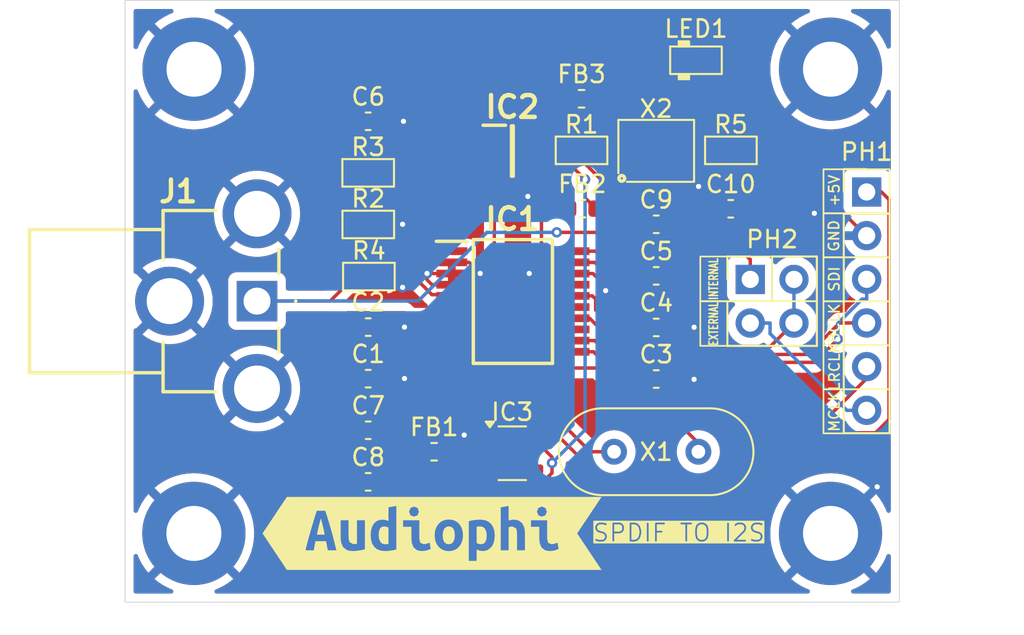
<source format=kicad_pcb>
(kicad_pcb (version 20240108) (generator "pcbnew") (generator_version "8.0")
  (layers (0 "F.Cu" signal) (31 "B.Cu" signal) (34 "B.Paste" user) (35 "F.Paste" user) (36 "B.SilkS" user "B.Silkscreen") (37 "F.SilkS" user "F.Silkscreen") (38 "B.Mask" user) (39 "F.Mask" user) (44 "Edge.Cuts" user))
  (net 0 "")
  (net 1 "GND")
  (net 2 "Net-(IC1-PVDD)")
  (net 3 "Net-(IC1-XOP)")
  (net 4 "Net-(IC1-XIN)")
  (net 5 "Net-(IC1-DVDD)")
  (net 6 "SPDIF_IN")
  (net 7 "Net-(C5-Pad1)")
  (net 8 "+3.3V")
  (net 9 "+5V")
  (net 10 "Net-(X2-VDD)")
  (net 11 "Net-(IC1-SCLK)")
  (net 12 "Net-(IC1-CSB{slash}GPO1)")
  (net 14 "RESET")
  (net 15 "LRCLK")
  (net 16 "SDI")
  (net 17 "BCLK")
  (net 20 "MCLK")
  (net 21 "MCLK_EXT")
  (net 22 "MCLK_INT")
  (net 23 "Net-(LED1-A)")
  (net 24 "Net-(X2-OUT)")
  (footprint "PCM_Resistor_SMD_AKL:R_0603_1608Metric" (layer "F.Cu") (at 167.59 61.81)
    (property "Reference" "R5" (at 0 -1.5 0) (layer "F.SilkS"))
    (property "Value" "1K" (hide yes))
    (pad "1" smd roundrect (at -0.825 0) (size 0.8 0.95) (layers "F.Cu" "F.Paste" "F.Mask") (net 24 "Net-(X2-OUT)"))
    (pad "2" smd roundrect (at 0.825 0) (size 0.8 0.95) (layers "F.Cu" "F.Paste" "F.Mask") (net 22 "MCLK_INT"))
  )
  (footprint "Capacitor_SMD:C_0603_1608Metric" (layer "F.Cu") (at 163.25 75.11)
    (property "Reference" "C3" (at 0 -1.43 0) (layer "F.SilkS"))
    (property "Value" "18pF_0603_50V")
    (pad "1" smd roundrect (at -0.775 0) (size 0.9 0.95) (layers "F.Cu" "F.Paste" "F.Mask") (net 4 "Net-(IC1-XIN)"))
    (pad "2" smd roundrect (at 0.775 0) (size 0.9 0.95) (layers "F.Cu" "F.Paste" "F.Mask") (net 1 "GND"))
  )
  (footprint "Capacitor_SMD:C_0603_1608Metric" (layer "F.Cu") (at 146.51 72.09)
    (property "Reference" "C2" (at 0 -1.43 0) (layer "F.SilkS"))
    (property "Value" "18pF/50V")
    (pad "1" smd roundrect (at -0.775 0) (size 0.9 0.95) (layers "F.Cu" "F.Paste" "F.Mask") (net 3 "Net-(IC1-XOP)"))
    (pad "2" smd roundrect (at 0.775 0) (size 0.9 0.95) (layers "F.Cu" "F.Paste" "F.Mask") (net 1 "GND"))
  )
  (footprint "PCM_SL_Mechanical:MountingHole_3.2mm_Pad" (layer "F.Cu") (at 136.38 84.09)
    (property "Reference" "H3" (hide yes))
    (property "Value" "MountingHole_M3_3.2mm_Pad")
    (pad "1" thru_hole circle (at 0 0) (size 6 6) (drill 3.2) (layers "*.Cu" "*.Mask") (net 1 "GND"))
  )
  (footprint "PCM_SL_Mechanical:MountingHole_3.2mm_Pad" (layer "F.Cu") (at 136.39 57.09)
    (property "Reference" "H2" (hide yes))
    (property "Value" "MountingHole_M3_3.2mm_Pad")
    (pad "1" thru_hole circle (at 0 0) (size 6 6) (drill 3.2) (layers "*.Cu" "*.Mask") (net 1 "GND"))
  )
  (footprint "Fuse:Fuse_0603_1608Metric" (layer "F.Cu") (at 158.955 65.2)
    (property "Reference" "FB2" (at 0 -1.43 0) (layer "F.SilkS"))
    (property "Value" "Ferrite_Bead")
    (pad "1" smd roundrect (at -0.7875 0) (size 0.875 0.95) (layers "F.Cu" "F.Paste" "F.Mask") (net 5 "Net-(IC1-DVDD)"))
    (pad "2" smd roundrect (at 0.7875 0) (size 0.875 0.95) (layers "F.Cu" "F.Paste" "F.Mask") (net 8 "+3.3V"))
  )
  (footprint "Capacitor_SMD:C_0603_1608Metric" (layer "F.Cu") (at 163.25 72.11)
    (property "Reference" "C4" (at 0 -1.43 0) (layer "F.SilkS"))
    (property "Value" "0.1uF_0603_16V")
    (pad "1" smd roundrect (at -0.775 0) (size 0.9 0.95) (layers "F.Cu" "F.Paste" "F.Mask") (net 5 "Net-(IC1-DVDD)"))
    (pad "2" smd roundrect (at 0.775 0) (size 0.9 0.95) (layers "F.Cu" "F.Paste" "F.Mask") (net 1 "GND"))
  )
  (footprint "Samacsys:SOT95P237X112-3N" (layer "F.Cu") (at 154.89 61.85)
    (property "Reference" "IC2" (at 0 -2.56 0) (layer "F.SilkS") (effects (font (size 1.27 1.27) (thickness 0.254))))
    (property "Value" "MAX809SEUR+" (hide yes))
    (pad "1" smd rect (at -1.05 -0.95 90) (size 0.6 1.3) (layers "F.Cu" "F.Paste" "F.Mask") (net 1 "GND"))
    (pad "2" smd rect (at -1.05 0.95 90) (size 0.6 1.3) (layers "F.Cu" "F.Paste" "F.Mask") (net 14 "RESET"))
    (pad "3" smd rect (at 1.05 0 90) (size 0.6 1.3) (layers "F.Cu" "F.Paste" "F.Mask") (net 8 "+3.3V"))
  )
  (footprint "PCM_Resistor_SMD_AKL:R_0603_1608Metric" (layer "F.Cu") (at 158.91 61.81)
    (property "Reference" "R1" (at 0 -1.5 0) (layer "F.SilkS"))
    (property "Value" "1K" (hide yes))
    (pad "1" smd roundrect (at -0.825 0) (size 0.8 0.95) (layers "F.Cu" "F.Paste" "F.Mask") (net 8 "+3.3V"))
    (pad "2" smd roundrect (at 0.825 0) (size 0.8 0.95) (layers "F.Cu" "F.Paste" "F.Mask") (net 23 "Net-(LED1-A)"))
  )
  (footprint "Fuse:Fuse_0603_1608Metric" (layer "F.Cu") (at 150.3425 79.34)
    (property "Reference" "FB1" (at 0 -1.43 0) (layer "F.SilkS"))
    (property "Value" "Ferrite_Bead")
    (pad "1" smd roundrect (at -0.7875 0) (size 0.875 0.95) (layers "F.Cu" "F.Paste" "F.Mask") (net 8 "+3.3V"))
    (pad "2" smd roundrect (at 0.7875 0) (size 0.875 0.95) (layers "F.Cu" "F.Paste" "F.Mask") (net 2 "Net-(IC1-PVDD)"))
  )
  (footprint "Connector_PinHeader_2.54mm:PinHeader_2x02_P2.54mm_Vertical" (layer "F.Cu") (at 168.715 69.315)
    (property "Reference" "PH2" (at 1.27 -2.33 0) (layer "F.SilkS"))
    (property "Value" "PINHD_2x2_Male")
    (pad "1" thru_hole rect (at 0 0) (size 1.7 1.7) (drill 1) (layers "*.Cu" "*.Mask") (net 22 "MCLK_INT"))
    (pad "2" thru_hole oval (at 2.54 0) (size 1.7 1.7) (drill 1) (layers "*.Cu" "*.Mask") (net 20 "MCLK"))
    (pad "3" thru_hole oval (at 0 2.54) (size 1.7 1.7) (drill 1) (layers "*.Cu" "*.Mask") (net 21 "MCLK_EXT"))
    (pad "4" thru_hole oval (at 2.54 2.54) (size 1.7 1.7) (drill 1) (layers "*.Cu" "*.Mask") (net 20 "MCLK"))
  )
  (footprint "Capacitor_SMD:C_0603_1608Metric" (layer "F.Cu") (at 146.51 75.09)
    (property "Reference" "C1" (at 0 -1.43 0) (layer "F.SilkS"))
    (property "Value" "1uF_0603_25V")
    (pad "1" smd roundrect (at -0.775 0) (size 0.9 0.95) (layers "F.Cu" "F.Paste" "F.Mask") (net 2 "Net-(IC1-PVDD)"))
    (pad "2" smd roundrect (at 0.775 0) (size 0.9 0.95) (layers "F.Cu" "F.Paste" "F.Mask") (net 1 "GND"))
  )
  (footprint "Capacitor_SMD:C_0603_1608Metric" (layer "F.Cu") (at 167.58 65.21)
    (property "Reference" "C10" (at 0 -1.43 0) (layer "F.SilkS"))
    (property "Value" "0.1uF_0603_16V")
    (pad "1" smd roundrect (at -0.775 0) (size 0.9 0.95) (layers "F.Cu" "F.Paste" "F.Mask") (net 10 "Net-(X2-VDD)"))
    (pad "2" smd roundrect (at 0.775 0) (size 0.9 0.95) (layers "F.Cu" "F.Paste" "F.Mask") (net 1 "GND"))
  )
  (footprint "kibuzzard-67581894" (layer "F.Cu") (at 150.22 84.09)
    (property "Reference" "kibuzzard-67581894" (hide yes))
    (property "Value" "G***" (hide yes))
  )
  (footprint "PCM_Resistor_SMD_AKL:R_0603_1608Metric" (layer "F.Cu") (at 146.55 69.15)
    (property "Reference" "R4" (at 0 -1.5 0) (layer "F.SilkS"))
    (property "Value" "R_0603" (hide yes))
    (pad "1" smd roundrect (at -0.825 0) (size 0.8 0.95) (layers "F.Cu" "F.Paste" "F.Mask") (net 7 "Net-(C5-Pad1)"))
    (pad "2" smd roundrect (at 0.825 0) (size 0.8 0.95) (layers "F.Cu" "F.Paste" "F.Mask") (net 1 "GND"))
  )
  (footprint "Crystal:Crystal_HC18-U_Vertical" (layer "F.Cu") (at 160.8 79.34)
    (property "Reference" "X1" (at 2.45 0.01 0) (layer "F.SilkS"))
    (property "Value" "12MHz")
    (pad "1" thru_hole circle (at 0 0) (size 1.5 1.5) (drill 0.8) (layers "*.Cu" "*.Mask") (net 3 "Net-(IC1-XOP)"))
    (pad "2" thru_hole circle (at 4.9 0) (size 1.5 1.5) (drill 0.8) (layers "*.Cu" "*.Mask") (net 4 "Net-(IC1-XIN)"))
  )
  (footprint "PCM_LED_SMD_AKL:LED_0603_1608Metric" (layer "F.Cu") (at 165.56 56.57)
    (property "Reference" "LED1" (at 0 -1.83 0) (layer "F.SilkS"))
    (property "Value" "BLUE" (hide yes))
    (pad "1" smd roundrect (at -0.7875 0) (size 0.875 0.95) (layers "F.Cu" "F.Paste" "F.Mask") (net 12 "Net-(IC1-CSB{slash}GPO1)"))
    (pad "2" smd roundrect (at 0.7875 0) (size 0.875 0.95) (layers "F.Cu" "F.Paste" "F.Mask") (net 23 "Net-(LED1-A)"))
  )
  (footprint "Capacitor_SMD:C_0603_1608Metric" (layer "F.Cu") (at 146.51 81.09)
    (property "Reference" "C8" (at 0 -1.43 0) (layer "F.SilkS"))
    (property "Value" "0.1uF_0603_16V")
    (pad "1" smd roundrect (at -0.775 0) (size 0.9 0.95) (layers "F.Cu" "F.Paste" "F.Mask") (net 8 "+3.3V"))
    (pad "2" smd roundrect (at 0.775 0) (size 0.9 0.95) (layers "F.Cu" "F.Paste" "F.Mask") (net 1 "GND"))
  )
  (footprint "Capacitor_SMD:C_0603_1608Metric" (layer "F.Cu") (at 146.51 60.12)
    (property "Reference" "C6" (at 0 -1.43 0) (layer "F.SilkS"))
    (property "Value" "4.7uF_1206_lowESR")
    (pad "1" smd roundrect (at -0.775 0) (size 0.9 0.95) (layers "F.Cu" "F.Paste" "F.Mask") (net 8 "+3.3V"))
    (pad "2" smd roundrect (at 0.775 0) (size 0.9 0.95) (layers "F.Cu" "F.Paste" "F.Mask") (net 1 "GND"))
  )
  (footprint "Fuse:Fuse_0603_1608Metric" (layer "F.Cu") (at 158.91 58.81)
    (property "Reference" "FB3" (at 0 -1.43 0) (layer "F.SilkS"))
    (property "Value" "Ferrite_Bead")
    (pad "1" smd roundrect (at -0.7875 0) (size 0.875 0.95) (layers "F.Cu" "F.Paste" "F.Mask") (net 10 "Net-(X2-VDD)"))
    (pad "2" smd roundrect (at 0.7875 0) (size 0.875 0.95) (layers "F.Cu" "F.Paste" "F.Mask") (net 8 "+3.3V"))
  )
  (footprint "PCM_SL_Mechanical:MountingHole_3.2mm_Pad" (layer "F.Cu") (at 173.38 57.09)
    (property "Reference" "H1" (hide yes))
    (property "Value" "MountingHole_M3_3.2mm_Pad")
    (pad "1" thru_hole circle (at 0 0) (size 6 6) (drill 3.2) (layers "*.Cu" "*.Mask") (net 1 "GND"))
  )
  (footprint "Package_TO_SOT_SMD:SOT-23-5" (layer "F.Cu") (at 154.8825 79.4275)
    (property "Reference" "IC3" (at 0 -2.4 0) (layer "F.SilkS"))
    (property "Value" "ME6211C33M5")
    (pad "1" smd roundrect (at -1.1375 -0.95) (size 1.325 0.6) (layers "F.Cu" "F.Paste" "F.Mask") (net 9 "+5V"))
    (pad "2" smd roundrect (at -1.1375 0) (size 1.325 0.6) (layers "F.Cu" "F.Paste" "F.Mask") (net 1 "GND"))
    (pad "3" smd roundrect (at -1.1375 0.95) (size 1.325 0.6) (layers "F.Cu" "F.Paste" "F.Mask") (net 9 "+5V"))
    (pad "4" smd roundrect (at 1.1375 0.95) (size 1.325 0.6) (layers "F.Cu" "F.Paste" "F.Mask"))
    (pad "5" smd roundrect (at 1.1375 -0.95) (size 1.325 0.6) (layers "F.Cu" "F.Paste" "F.Mask") (net 8 "+3.3V"))
  )
  (footprint "PCM_Crystal_AKL:Crystal_SMD_3225-4Pin_3.2x2.5mm" (layer "F.Cu") (at 163.25 61.84)
    (property "Reference" "X2" (at 0 -2.45 0) (layer "F.SilkS"))
    (property "Value" "SMD3225-4" (hide yes))
    (pad "1" smd roundrect (at -1.1 0.85) (size 1.4 1.2) (layers "F.Cu" "F.Paste" "F.Mask") (roundrect_rratio 0.2083333333))
    (pad "2" smd roundrect (at 1.1 0.85) (size 1.4 1.2) (layers "F.Cu" "F.Paste" "F.Mask") (roundrect_rratio 0.2083333333) (net 1 "GND"))
    (pad "3" smd roundrect (at 1.1 -0.85) (size 1.4 1.2) (layers "F.Cu" "F.Paste" "F.Mask") (roundrect_rratio 0.2083333333) (net 24 "Net-(X2-OUT)"))
    (pad "4" smd roundrect (at -1.1 -0.85) (size 1.4 1.2) (layers "F.Cu" "F.Paste" "F.Mask") (roundrect_rratio 0.2083333333) (net 10 "Net-(X2-VDD)"))
  )
  (footprint "PCM_SL_Mechanical:MountingHole_3.2mm_Pad" (layer "F.Cu") (at 173.38 84.09)
    (property "Reference" "H4" (hide yes))
    (property "Value" "MountingHole_M3_3.2mm_Pad")
    (pad "1" thru_hole circle (at 0 0) (size 6 6) (drill 3.2) (layers "*.Cu" "*.Mask") (net 1 "GND"))
  )
  (footprint "PCM_Resistor_SMD_AKL:R_0603_1608Metric" (layer "F.Cu") (at 146.51 63.12)
    (property "Reference" "R3" (at 0 -1.5 0) (layer "F.SilkS"))
    (property "Value" "10K" (hide yes))
    (pad "1" smd roundrect (at -0.825 0) (size 0.8 0.95) (layers "F.Cu" "F.Paste" "F.Mask") (net 8 "+3.3V"))
    (pad "2" smd roundrect (at 0.825 0) (size 0.8 0.95) (layers "F.Cu" "F.Paste" "F.Mask") (net 11 "Net-(IC1-SCLK)"))
  )
  (footprint "Samacsys:SOP65P780X200-20N" (layer "F.Cu") (at 154.92 70.6)
    (property "Reference" "IC1" (at -0.03 -4.79 0) (layer "F.SilkS") (effects (font (size 1.27 1.27) (thickness 0.254))))
    (property "Value" "WM8804GEDS_RV" (hide yes))
    (pad "1" smd rect (at -3.55 -2.925 90) (size 0.45 1.8) (layers "F.Cu" "F.Paste" "F.Mask") (net 11 "Net-(IC1-SCLK)"))
    (pad "2" smd rect (at -3.55 -2.275 90) (size 0.45 1.8) (layers "F.Cu" "F.Paste" "F.Mask") (net 1 "GND"))
    (pad "3" smd rect (at -3.55 -1.625 90) (size 0.45 1.8) (layers "F.Cu" "F.Paste" "F.Mask") (net 1 "GND"))
    (pad "4" smd rect (at -3.55 -0.975 90) (size 0.45 1.8) (layers "F.Cu" "F.Paste" "F.Mask") (net 1 "GND"))
    (pad "5" smd rect (at -3.55 -0.325 90) (size 0.45 1.8) (layers "F.Cu" "F.Paste" "F.Mask") (net 12 "Net-(IC1-CSB{slash}GPO1)"))
    (pad "6" smd rect (at -3.55 0.325 90) (size 0.45 1.8) (layers "F.Cu" "F.Paste" "F.Mask") (net 14 "RESET"))
    (pad "7" smd rect (at -3.55 0.975 90) (size 0.45 1.8) (layers "F.Cu" "F.Paste" "F.Mask") (net 2 "Net-(IC1-PVDD)"))
    (pad "8" smd rect (at -3.55 1.625 90) (size 0.45 1.8) (layers "F.Cu" "F.Paste" "F.Mask") (net 1 "GND"))
    (pad "9" smd rect (at -3.55 2.275 90) (size 0.45 1.8) (layers "F.Cu" "F.Paste" "F.Mask"))
    (pad "10" smd rect (at -3.55 2.925 90) (size 0.45 1.8) (layers "F.Cu" "F.Paste" "F.Mask") (net 3 "Net-(IC1-XOP)"))
    (pad "11" smd rect (at 3.55 2.925 90) (size 0.45 1.8) (layers "F.Cu" "F.Paste" "F.Mask") (net 4 "Net-(IC1-XIN)"))
    (pad "12" smd rect (at 3.55 2.275 90) (size 0.45 1.8) (layers "F.Cu" "F.Paste" "F.Mask") (net 16 "SDI"))
    (pad "13" smd rect (at 3.55 1.625 90) (size 0.45 1.8) (layers "F.Cu" "F.Paste" "F.Mask"))
    (pad "14" smd rect (at 3.55 0.975 90) (size 0.45 1.8) (layers "F.Cu" "F.Paste" "F.Mask") (net 17 "BCLK"))
    (pad "15" smd rect (at 3.55 0.325 90) (size 0.45 1.8) (layers "F.Cu" "F.Paste" "F.Mask") (net 15 "LRCLK"))
    (pad "16" smd rect (at 3.55 -0.325 90) (size 0.45 1.8) (layers "F.Cu" "F.Paste" "F.Mask") (net 20 "MCLK"))
    (pad "17" smd rect (at 3.55 -0.975 90) (size 0.45 1.8) (layers "F.Cu" "F.Paste" "F.Mask"))
    (pad "18" smd rect (at 3.55 -1.625 90) (size 0.45 1.8) (layers "F.Cu" "F.Paste" "F.Mask") (net 1 "GND"))
    (pad "19" smd rect (at 3.55 -2.275 90) (size 0.45 1.8) (layers "F.Cu" "F.Paste" "F.Mask") (net 5 "Net-(IC1-DVDD)"))
    (pad "20" smd rect (at 3.55 -2.925 90) (size 0.45 1.8) (layers "F.Cu" "F.Paste" "F.Mask") (net 6 "SPDIF_IN"))
  )
  (footprint "Connector_PinHeader_2.54mm:PinHeader_1x06_P2.54mm_Vertical" (layer "F.Cu") (at 175.48 64.23)
    (property "Reference" "PH1" (at 0 -2.33 0) (layer "F.SilkS"))
    (property "Value" "PINHD_1x6_Male")
    (pad "1" thru_hole rect (at 0 0) (size 1.7 1.7) (drill 1) (layers "*.Cu" "*.Mask") (net 9 "+5V"))
    (pad "2" thru_hole oval (at 0 2.54) (size 1.7 1.7) (drill 1) (layers "*.Cu" "*.Mask") (net 1 "GND"))
    (pad "3" thru_hole oval (at 0 5.08) (size 1.7 1.7) (drill 1) (layers "*.Cu" "*.Mask") (net 16 "SDI"))
    (pad "4" thru_hole oval (at 0 7.62) (size 1.7 1.7) (drill 1) (layers "*.Cu" "*.Mask") (net 17 "BCLK"))
    (pad "5" thru_hole oval (at 0 10.16) (size 1.7 1.7) (drill 1) (layers "*.Cu" "*.Mask") (net 15 "LRCLK"))
    (pad "6" thru_hole oval (at 0 12.7) (size 1.7 1.7) (drill 1) (layers "*.Cu" "*.Mask") (net 21 "MCLK_EXT"))
  )
  (footprint "Samacsys:936" (layer "F.Cu") (at 140.05 70.58 -90)
    (property "Reference" "J1" (at -6.38 4.58 180) (layer "F.SilkS") (effects (font (size 1.27 1.27) (thickness 0.254))))
    (property "Value" "936" (hide yes))
    (pad "1" thru_hole rect (at 0 0 270) (size 2.355 2.355) (drill 1.57) (layers "*.Cu" "*.Mask") (net 7 "Net-(C5-Pad1)"))
    (pad "MH1" thru_hole circle (at -5.08 0 270) (size 4.005 4.005) (drill 2.67) (layers "*.Cu" "*.Mask") (net 1 "GND"))
    (pad "MH2" thru_hole circle (at 5.08 0 270) (size 4.005 4.005) (drill 2.67) (layers "*.Cu" "*.Mask") (net 1 "GND"))
    (pad "MH3" thru_hole circle (at 0 5.08 270) (size 4.005 4.005) (drill 2.67) (layers "*.Cu" "*.Mask") (net 1 "GND"))
  )
  (footprint "Capacitor_SMD:C_0603_1608Metric" (layer "F.Cu") (at 163.25 66.11)
    (property "Reference" "C9" (at 0 -1.43 0) (layer "F.SilkS"))
    (property "Value" "1nF_0603_50V")
    (pad "1" smd roundrect (at -0.775 0) (size 0.9 0.95) (layers "F.Cu" "F.Paste" "F.Mask") (net 10 "Net-(X2-VDD)"))
    (pad "2" smd roundrect (at 0.775 0) (size 0.9 0.95) (layers "F.Cu" "F.Paste" "F.Mask") (net 1 "GND"))
  )
  (footprint "Capacitor_SMD:C_0603_1608Metric" (layer "F.Cu") (at 146.51 78.09)
    (property "Reference" "C7" (at 0 -1.43 0) (layer "F.SilkS"))
    (property "Value" "4.7uF_1206_lowESR")
    (pad "1" smd roundrect (at -0.775 0) (size 0.9 0.95) (layers "F.Cu" "F.Paste" "F.Mask") (net 9 "+5V"))
    (pad "2" smd roundrect (at 0.775 0) (size 0.9 0.95) (layers "F.Cu" "F.Paste" "F.Mask") (net 1 "GND"))
  )
  (footprint "PCM_Resistor_SMD_AKL:R_0603_1608Metric" (layer "F.Cu") (at 146.515 66.12)
    (property "Reference" "R2" (at 0 -1.5 0) (layer "F.SilkS"))
    (property "Value" "1K" (hide yes))
    (pad "1" smd roundrect (at -0.825 0) (size 0.8 0.95) (layers "F.Cu" "F.Paste" "F.Mask") (net 12 "Net-(IC1-CSB{slash}GPO1)"))
    (pad "2" smd roundrect (at 0.825 0) (size 0.8 0.95) (layers "F.Cu" "F.Paste" "F.Mask") (net 1 "GND"))
  )
  (footprint "Capacitor_SMD:C_0603_1608Metric" (layer "F.Cu") (at 163.25 69.11)
    (property "Reference" "C5" (at 0 -1.43 0) (layer "F.SilkS"))
    (property "Value" "0.1uF_0603_16V")
    (pad "1" smd roundrect (at -0.775 0) (size 0.9 0.95) (layers "F.Cu" "F.Paste" "F.Mask") (net 7 "Net-(C5-Pad1)"))
    (pad "2" smd roundrect (at 0.775 0) (size 0.9 0.95) (layers "F.Cu" "F.Paste" "F.Mask") (net 6 "SPDIF_IN"))
  )
  (gr_rect (start 172.97 68.03) (end 176.81 70.59) (stroke (width 0.1)) (fill none) (layer "F.SilkS"))
  (gr_rect (start 172.97 73.15) (end 176.81 75.71) (stroke (width 0.1)) (fill none) (layer "F.SilkS"))
  (gr_rect (start 165.81 70.585) (end 172.585 73.18) (stroke (width 0.1)) (fill none) (layer "F.SilkS"))
  (gr_rect (start 172.97 75.71) (end 176.81 78.27) (stroke (width 0.1)) (fill none) (layer "F.SilkS"))
  (gr_rect (start 172.97 65.47) (end 176.81 68.03) (stroke (width 0.1)) (fill none) (layer "F.SilkS"))
  (gr_rect (start 172.97 70.59) (end 176.81 73.15) (stroke (width 0.1)) (fill none) (layer "F.SilkS"))
  (gr_rect (start 165.81 67.985) (end 172.585 70.58) (stroke (width 0.1)) (fill none) (layer "F.SilkS"))
  (gr_rect (start 172.97 62.91) (end 176.81 65.47) (stroke (width 0.1)) (fill none) (layer "F.SilkS"))
  (gr_rect (start 132.38 53.09) (end 177.38 88.09) (stroke (width 0.05)) (fill none) (layer "Edge.Cuts"))
  (gr_text "BCLK" (at 173.95 73.08 90) (layer "F.SilkS") (effects (font (size 0.6 0.6) (thickness 0.1)) (justify left bottom)))
  (gr_text "SPDIF TO I2S" (at 159.5 84.64 0) (layer "F.SilkS" knockout) (effects (font (size 1 1) (thickness 0.1)) (justify left bottom)))
  (gr_text "+5V" (at 173.95 65.13 90) (layer "F.SilkS") (effects (font (size 0.6 0.6) (thickness 0.1)) (justify left bottom)))
  (gr_text "INTERNAL" (at 166.88 70.56 90) (layer "F.SilkS") (effects (font (size 0.5 0.35) (thickness 0.1)) (justify left bottom)))
  (gr_text "SDI" (at 173.95 70.09 90) (layer "F.SilkS") (effects (font (size 0.6 0.6) (thickness 0.1)) (justify left bottom)))
  (gr_text "EXTERNAL" (at 166.88 73.22 90) (layer "F.SilkS") (effects (font (size 0.5 0.35) (thickness 0.1)) (justify left bottom)))
  (gr_text "GND" (at 173.93 67.76 90) (layer "F.SilkS") (effects (font (size 0.6 0.6) (thickness 0.1)) (justify left bottom)))
  (gr_text "LRCLK" (at 173.96 75.86 90) (layer "F.SilkS") (effects (font (size 0.6 0.6) (thickness 0.1)) (justify left bottom)))
  (gr_text "MCLK" (at 173.95 78.24 90) (layer "F.SilkS") (effects (font (size 0.6 0.6) (thickness 0.1)) (justify left bottom)))
  (segment (start 159.57 68.975) (end 160.31 69.715) (width 0.2) (layer "F.Cu") (net 1))
  (segment (start 174.14 65.47) (end 175.44 66.77) (width 0.2) (layer "F.Cu") (net 1))
  (segment (start 151.37 72.225) (end 148.755 72.225) (width 0.2) (layer "F.Cu") (net 1))
  (segment (start 172.44 65.47) (end 174.14 65.47) (width 0.2) (layer "F.Cu") (net 1))
  (segment (start 147.285 72.09) (end 148.62 72.09) (width 0.2) (layer "F.Cu") (net 1))
  (segment (start 153.015 68.975) (end 153.02 68.97) (width 0.2) (layer "F.Cu") (net 1))
  (segment (start 150.215 68.325) (end 149.93 68.61) (width 0.2) (layer "F.Cu") (net 1))
  (segment (start 165.44 72.11) (end 165.45 72.1) (width 0.2) (layer "F.Cu") (net 1))
  (segment (start 152.33 78.61) (end 152.33 79.09) (width 0.2) (layer "F.Cu") (net 1))
  (segment (start 147.455 77.92) (end 151.64 77.92) (width 0.2) (layer "F.Cu") (net 1))
  (segment (start 158.47 68.975) (end 159.57 68.975) (width 0.2) (layer "F.Cu") (net 1))
  (segment (start 147.285 78.09) (end 147.455 77.92) (width 0.2) (layer "F.Cu") (net 1))
  (segment (start 157.02 68.98) (end 157.025 68.975) (width 0.2) (layer "F.Cu") (net 1))
  (segment (start 147.285 59.825) (end 148.07 59.04) (width 0.2) (layer "F.Cu") (net 1))
  (segment (start 148.755 72.225) (end 148.62 72.09) (width 0.2) (layer "F.Cu") (net 1))
  (segment (start 165.43 75.11) (end 165.45 75.13) (width 0.2) (layer "F.Cu") (net 1))
  (segment (start 149.93 68.97) (end 149.93 68.95) (width 0.2) (layer "F.Cu") (net 1))
  (segment (start 151.37 69.625) (end 150.215 69.625) (width 0.2) (layer "F.Cu") (net 1))
  (segment (start 152.09 78.37) (end 152.33 78.61) (width 0.2) (layer "F.Cu") (net 1))
  (segment (start 150.215 69.625) (end 149.93 69.34) (width 0.2) (layer "F.Cu") (net 1))
  (segment (start 151.37 69.625) (end 152.365 69.625) (width 0.2) (layer "F.Cu") (net 1))
  (segment (start 149.93 68.61) (end 149.93 68.95) (width 0.2) (layer "F.Cu") (net 1))
  (segment (start 152.375 68.325) (end 153.02 68.97) (width 0.2) (layer "F.Cu") (net 1))
  (segment (start 147.375 68.795) (end 146.77 68.19) (width 0.2) (layer "F.Cu") (net 1))
  (segment (start 152.6675 79.4275) (end 153.745 79.4275) (width 0.2) (layer "F.Cu") (net 1))
  (segment (start 151.37 68.975) (end 149.955 68.975) (width 0.2) (layer "F.Cu") (net 1))
  (segment (start 164.025 75.11) (end 165.43 75.11) (width 0.2) (layer "F.Cu") (net 1))
  (segment (start 175.44 66.77) (end 175.48 66.77) (width 0.2) (layer "F.Cu") (net 1))
  (segment (start 160.31 69.715) (end 160.31 69.97) (width 0.2) (layer "F.Cu") (net 1))
  (segment (start 151.64 77.92) (end 152.09 78.37) (width 0.2) (layer "F.Cu") (net 1))
  (segment (start 152.365 69.625) (end 153.02 68.97) (width 0.2) (layer "F.Cu") (net 1))
  (segment (start 151.37 68.325) (end 152.375 68.325) (width 0.2) (layer "F.Cu") (net 1))
  (segment (start 175.48 66.77) (end 175.425 66.715) (width 0.2) (layer "F.Cu") (net 1))
  (segment (start 157.025 68.975) (end 158.47 68.975) (width 0.2) (layer "F.Cu") (net 1))
  (segment (start 151.37 68.325) (end 150.215 68.325) (width 0.2) (layer "F.Cu") (net 1))
  (segment (start 149.93 69.34) (end 149.93 68.97) (width 0.2) (layer "F.Cu") (net 1))
  (segment (start 147.285 60.12) (end 147.285 59.825) (width 0.2) (layer "F.Cu") (net 1))
  (segment (start 147.375 69.15) (end 147.375 68.795) (width 0.2) (layer "F.Cu") (net 1))
  (segment (start 149.955 68.975) (end 149.93 68.95) (width 0.2) (layer "F.Cu") (net 1))
  (segment (start 151.37 68.975) (end 153.015 68.975) (width 0.2) (layer "F.Cu") (net 1))
  (segment (start 152.33 79.09) (end 152.6675 79.4275) (width 0.2) (layer "F.Cu") (net 1))
  (via (at 148.62 75.08) (size 0.6) (drill 0.3) (layers "F.Cu" "B.Cu") (net 1))
  (via (at 152.09 78.37) (size 0.6) (drill 0.3) (layers "F.Cu" "B.Cu") (net 1))
  (via (at 155.79 64.49) (size 0.6) (drill 0.3) (layers "F.Cu" "B.Cu") (net 1))
  (via (at 148.51 69.78) (size 0.6) (drill 0.3) (layers "F.Cu" "B.Cu") (net 1))
  (via (at 148.56 60.12) (size 0.6) (drill 0.3) (layers "F.Cu" "B.Cu") (net 1))
  (via (at 148.51 66.11) (size 0.6) (drill 0.3) (layers "F.Cu" "B.Cu") (net 1))
  (via (at 148.62 72.09) (size 0.6) (drill 0.3) (layers "F.Cu" "B.Cu") (net 1))
  (via (at 176.09 81.38) (size 0.6) (drill 0.3) (layers "F.Cu" "B.Cu") (net 1))
  (via (at 172.44 65.47) (size 0.6) (drill 0.3) (layers "F.Cu" "B.Cu") (net 1))
  (via (at 165.71 63.91) (size 0.6) (drill 0.3) (layers "F.Cu" "B.Cu") (net 1))
  (via (at 153.02 68.97) (size 0.6) (drill 0.3) (layers "F.Cu" "B.Cu") (net 1))
  (via (at 165.45 75.13) (size 0.6) (drill 0.3) (layers "F.Cu" "B.Cu") (net 1))
  (via (at 155.87 68.97) (size 0.6) (drill 0.3) (layers "F.Cu" "B.Cu") (net 1))
  (via (at 160.31 69.97) (size 0.6) (drill 0.3) (layers "F.Cu" "B.Cu") (net 1))
  (via (at 165.45 72.1) (size 0.6) (drill 0.3) (layers "F.Cu" "B.Cu") (net 1))
  (via (at 149.93 68.97) (size 0.6) (drill 0.3) (layers "F.Cu" "B.Cu") (net 1))
  (segment (start 151.13 79.34) (end 150.28 78.49) (width 0.2) (layer "F.Cu") (net 2))
  (segment (start 145.2377 78.8885) (end 144.9584 78.6092) (width 0.2) (layer "F.Cu") (net 2))
  (segment (start 148.492 78.8885) (end 145.2377 78.8885) (width 0.2) (layer "F.Cu") (net 2))
  (segment (start 148.8905 78.49) (end 148.492 78.8885) (width 0.2) (layer "F.Cu") (net 2))
  (segment (start 144.9314 71.6446) (end 145.3196 71.2564) (width 0.2) (layer "F.Cu") (net 2))
  (segment (start 148.935 71.575) (end 151.37 71.575) (width 0.2) (layer "F.Cu") (net 2))
  (segment (start 145.735 75.09) (end 144.9314 74.2864) (width 0.2) (layer "F.Cu") (net 2))
  (segment (start 144.9584 75.8666) (end 145.735 75.09) (width 0.2) (layer "F.Cu") (net 2))
  (segment (start 148.6164 71.2564) (end 148.935 71.575) (width 0.2) (layer "F.Cu") (net 2))
  (segment (start 144.9584 78.6092) (end 144.9584 75.8666) (width 0.2) (layer "F.Cu") (net 2))
  (segment (start 145.3196 71.2564) (end 148.6164 71.2564) (width 0.2) (layer "F.Cu") (net 2))
  (segment (start 150.28 78.49) (end 148.8905 78.49) (width 0.2) (layer "F.Cu") (net 2))
  (segment (start 144.9314 74.2864) (end 144.9314 71.6446) (width 0.2) (layer "F.Cu") (net 2))
  (segment (start 151.37 74.69) (end 151.37 73.525) (width 0.2) (layer "F.Cu") (net 3))
  (segment (start 150.15 73.21) (end 146.855 73.21) (width 0.2) (layer "F.Cu") (net 3))
  (segment (start 155.86 75.78) (end 152.46 75.78) (width 0.2) (layer "F.Cu") (net 3))
  (segment (start 160.8 79.34) (end 159.42 79.34) (width 0.2) (layer "F.Cu") (net 3))
  (segment (start 146.855 73.21) (end 145.735 72.09) (width 0.2) (layer "F.Cu") (net 3))
  (segment (start 150.465 73.525) (end 150.15 73.21) (width 0.2) (layer "F.Cu") (net 3))
  (segment (start 159.42 79.34) (end 155.86 75.78) (width 0.2) (layer "F.Cu") (net 3))
  (segment (start 152.46 75.78) (end 151.37 74.69) (width 0.2) (layer "F.Cu") (net 3))
  (segment (start 151.37 73.525) (end 150.465 73.525) (width 0.2) (layer "F.Cu") (net 3))
  (segment (start 165.7 78.84) (end 165.7 79.34) (width 0.2) (layer "F.Cu") (net 4))
  (segment (start 162.475 75.11) (end 161.19 75.11) (width 0.2) (layer "F.Cu") (net 4))
  (segment (start 161.19 75.11) (end 159.605 73.525) (width 0.2) (layer "F.Cu") (net 4))
  (segment (start 162.475 75.11) (end 162.475 75.615) (width 0.2) (layer "F.Cu") (net 4))
  (segment (start 162.475 75.615) (end 165.7 78.84) (width 0.2) (layer "F.Cu") (net 4))
  (segment (start 159.605 73.525) (end 158.47 73.525) (width 0.2) (layer "F.Cu") (net 4))
  (segment (start 159.0709 68.325) (end 158.47 68.325) (width 0.2) (layer "F.Cu") (net 5))
  (segment (start 156.58 65.66) (end 157.04 65.2) (width 0.2) (layer "F.Cu") (net 5))
  (segment (start 158.47 68.325) (end 157.485 68.325) (width 0.2) (layer "F.Cu") (net 5))
  (segment (start 162.475 71.1283) (end 159.6717 68.325) (width 0.2) (layer "F.Cu") (net 5))
  (segment (start 162.475 72.11) (end 162.475 71.1283) (width 0.2) (layer "F.Cu") (net 5))
  (segment (start 156.58 67.42) (end 156.58 65.66) (width 0.2) (layer "F.Cu") (net 5))
  (segment (start 157.485 68.325) (end 156.58 67.42) (width 0.2) (layer "F.Cu") (net 5))
  (segment (start 157.04 65.2) (end 158.1675 65.2) (width 0.2) (layer "F.Cu") (net 5))
  (segment (start 159.0709 68.325) (end 159.6717 68.325) (width 0.2) (layer "F.Cu") (net 5))
  (segment (start 161.956 69.9158) (end 159.7152 67.675) (width 0.2) (layer "F.Cu") (net 6))
  (segment (start 164.025 69.11) (end 163.2192 69.9158) (width 0.2) (layer "F.Cu") (net 6))
  (segment (start 159.7152 67.675) (end 158.47 67.675) (width 0.2) (layer "F.Cu") (net 6))
  (segment (start 163.2192 69.9158) (end 161.956 69.9158) (width 0.2) (layer "F.Cu") (net 6))
  (segment (start 139.93 70.57) (end 141.4092 70.57) (width 0.2) (layer "F.Cu") (net 7))
  (segment (start 159.945 66.58) (end 162.475 69.11) (width 0.2) (layer "F.Cu") (net 7))
  (segment (start 144.305 70.57) (end 141.4092 70.57) (width 0.2) (layer "F.Cu") (net 7))
  (segment (start 157.47 66.58) (end 159.945 66.58) (width 0.2) (layer "F.Cu") (net 7))
  (segment (start 145.725 69.15) (end 144.305 70.57) (width 0.2) (layer "F.Cu") (net 7))
  (via (at 157.47 66.58) (size 0.6) (drill 0.3) (layers "F.Cu" "B.Cu") (net 7))
  (segment (start 157.47 66.58) (end 153.409 66.58) (width 0.2) (layer "B.Cu") (net 7))
  (segment (start 153.409 66.58) (end 149.419 70.57) (width 0.2) (layer "B.Cu") (net 7))
  (segment (start 149.419 70.57) (end 139.93 70.57) (width 0.2) (layer "B.Cu") (net 7))
  (segment (start 147.825 58.03) (end 158.9175 58.03) (width 0.2) (layer "F.Cu") (net 8))
  (segment (start 159.1175 64.575) (end 159.1175 63.5043) (width 0.2) (layer "F.Cu") (net 8))
  (segment (start 145.735 61.85) (end 145.685 61.9) (width 0.2) (layer "F.Cu") (net 8))
  (segment (start 157.1941 79.6516) (end 157.1941 79.9898) (width 0.2) (layer "F.Cu") (net 8))
  (segment (start 147.485 79.34) (end 145.735 81.09) (width 0.2) (layer "F.Cu") (net 8))
  (segment (start 149.555 79.34) (end 147.485 79.34) (width 0.2) (layer "F.Cu") (net 8))
  (segment (start 158.085 62.4718) (end 158.5083 62.8951) (width 0.2) (layer "F.Cu") (net 8))
  (segment (start 155.94 61.85) (end 156.8917 61.85) (width 0.2) (layer "F.Cu") (net 8))
  (segment (start 158.085 61.85) (end 158.085 61.81) (width 0.2) (layer "F.Cu") (net 8))
  (segment (start 156.02 78.4775) (end 157.1941 79.6516) (width 0.2) (layer "F.Cu") (net 8))
  (segment (start 159.7425 65.2) (end 159.1175 64.575) (width 0.2) (layer "F.Cu") (net 8))
  (segment (start 158.085 61.85) (end 158.085 62.4718) (width 0.2) (layer "F.Cu") (net 8))
  (segment (start 159.1175 63.5043) (end 159.1163 63.5055) (width 0.2) (layer "F.Cu") (net 8))
  (segment (start 158.9169 63.3058) (end 158.919 63.3058) (width 0.2) (layer "F.Cu") (net 8))
  (segment (start 155.94 61.85) (end 145.735 61.85) (width 0.2) (layer "F.Cu") (net 8))
  (segment (start 159.1163 63.5055) (end 159.1163 63.5059) (width 0.2) (layer "F.Cu") (net 8))
  (segment (start 157.1941 80.571) (end 156.7318 81.0333) (width 0.2) (layer "F.Cu") (net 8))
  (segment (start 156.8917 61.85) (end 158.085 61.85) (width 0.2) (layer "F.Cu") (net 8))
  (segment (start 157.1941 79.9898) (end 157.1941 80.571) (width 0.2) (layer "F.Cu") (net 8))
  (segment (start 158.9175 58.03) (end 159.6975 58.81) (width 0.2) (layer "F.Cu") (net 8))
  (segment (start 145.685 61.9) (end 145.685 63.12) (width 0.2) (layer "F.Cu") (net 8))
  (segment (start 158.919 63.3058) (end 159.1175 63.5043) (width 0.2) (layer "F.Cu") (net 8))
  (segment (start 145.735 61.85) (end 145.735 60.12) (width 0.2) (layer "F.Cu") (net 8))
  (segment (start 151.2483 81.0333) (end 149.555 79.34) (width 0.2) (layer "F.Cu") (net 8))
  (segment (start 158.5083 62.8972) (end 158.9169 63.3058) (width 0.2) (layer "F.Cu") (net 8))
  (segment (start 156.7318 81.0333) (end 151.2483 81.0333) (width 0.2) (layer "F.Cu") (net 8))
  (segment (start 145.735 60.12) (end 147.825 58.03) (width 0.2) (layer "F.Cu") (net 8))
  (segment (start 158.5083 62.8951) (end 158.5083 62.8972) (width 0.2) (layer "F.Cu") (net 8))
  (via (at 157.1941 79.9898) (size 0.6) (drill 0.3) (layers "F.Cu" "B.Cu") (net 8))
  (via (at 159.1163 63.5059) (size 0.6) (drill 0.3) (layers "F.Cu" "B.Cu") (net 8))
  (segment (start 157.1941 79.9898) (end 159.1163 78.0676) (width 0.2) (layer "B.Cu") (net 8))
  (segment (start 159.1163 78.0676) (end 159.1163 63.5059) (width 0.2) (layer "B.Cu") (net 8))
  (segment (start 160.26 81.13) (end 170.2196 81.13) (width 0.2) (layer "F.Cu") (net 9))
  (segment (start 176.78 64.67) (end 176.34 64.23) (width 0.2) (layer "F.Cu") (net 9))
  (segment (start 153.745 80.3775) (end 154.3825 80.3775) (width 0.2) (layer "F.Cu") (net 9))
  (segment (start 146.515 77.31) (end 153.2158 77.31) (width 0.2) (layer "F.Cu") (net 9))
  (segment (start 176.34 64.23) (end 175.48 64.23) (width 0.2) (layer "F.Cu") (net 9))
  (segment (start 155.02 79.74) (end 155.02 79.1) (width 0.2) (layer "F.Cu") (net 9))
  (segment (start 156.44 77.31) (end 160.26 81.13) (width 0.2) (layer "F.Cu") (net 9))
  (segment (start 154.3975 78.4775) (end 153.745 78.4775) (width 0.2) (layer "F.Cu") (net 9))
  (segment (start 173.1096 78.24) (end 176 78.24) (width 0.2) (layer "F.Cu") (net 9))
  (segment (start 170.2196 81.13) (end 173.1096 78.24) (width 0.2) (layer "F.Cu") (net 9))
  (segment (start 176.78 77.46) (end 176.78 64.67) (width 0.2) (layer "F.Cu") (net 9))
  (segment (start 145.735 78.09) (end 146.515 77.31) (width 0.2) (layer "F.Cu") (net 9))
  (segment (start 155.02 79.1) (end 154.3975 78.4775) (width 0.2) (layer "F.Cu") (net 9))
  (segment (start 154.3825 80.3775) (end 155.02 79.74) (width 0.2) (layer "F.Cu") (net 9))
  (segment (start 153.745 77.8392) (end 153.745 78.4775) (width 0.2) (layer "F.Cu") (net 9))
  (segment (start 176 78.24) (end 176.78 77.46) (width 0.2) (layer "F.Cu") (net 9))
  (segment (start 153.745 77.8392) (end 154.2742 77.31) (width 0.2) (layer "F.Cu") (net 9))
  (segment (start 154.2742 77.31) (end 156.44 77.31) (width 0.2) (layer "F.Cu") (net 9))
  (segment (start 153.2158 77.31) (end 153.745 77.8392) (width 0.2) (layer "F.Cu") (net 9))
  (segment (start 160.28 63.75) (end 158.91 62.38) (width 0.2) (layer "F.Cu") (net 10))
  (segment (start 163.25 65.335) (end 163.25 65.21) (width 0.2) (layer "F.Cu") (net 10))
  (segment (start 158.91 62.38) (end 158.91 59.5975) (width 0.2) (layer "F.Cu") (net 10))
  (segment (start 163.25 65.21) (end 163.25 62.09) (width 0.2) (layer "F.Cu") (net 10))
  (segment (start 158.91 59.5975) (end 158.1225 58.81) (width 0.2) (layer "F.Cu") (net 10))
  (segment (start 163.25 63.75) (end 160.28 63.75) (width 0.2) (layer "F.Cu") (net 10))
  (segment (start 163.25 65.21) (end 166.805 65.21) (width 0.2) (layer "F.Cu") (net 10))
  (segment (start 162.475 66.11) (end 163.25 65.335) (width 0.2) (layer "F.Cu") (net 10))
  (segment (start 163.25 62.09) (end 162.15 60.99) (width 0.2) (layer "F.Cu") (net 10))
  (segment (start 150.1683 67.675) (end 150.1683 65.9533) (width 0.2) (layer "F.Cu") (net 11))
  (segment (start 151.37 67.675) (end 150.1683 67.675) (width 0.2) (layer "F.Cu") (net 11))
  (segment (start 150.1683 65.9533) (end 147.335 63.12) (width 0.2) (layer "F.Cu") (net 11))
  (segment (start 151.37 70.275) (end 151.3006 70.2056) (width 0.2) (layer "F.Cu") (net 12))
  (segment (start 147.0176 57.59) (end 144.9804 59.6272) (width 0.2) (layer "F.Cu") (net 12))
  (segment (start 144.9804 65.4104) (end 145.69 66.12) (width 0.2) (layer "F.Cu") (net 12))
  (segment (start 146.13 66.12) (end 145.69 66.12) (width 0.2) (layer "F.Cu") (net 12))
  (segment (start 163.7525 57.59) (end 147.0176 57.59) (width 0.2) (layer "F.Cu") (net 12))
  (segment (start 151.3006 70.2056) (end 150.2156 70.2056) (width 0.2) (layer "F.Cu") (net 12))
  (segment (start 150.2156 70.2056) (end 146.13 66.12) (width 0.2) (layer "F.Cu") (net 12))
  (segment (start 164.7725 56.57) (end 163.7525 57.59) (width 0.2) (layer "F.Cu") (net 12))
  (segment (start 144.9804 59.6272) (end 144.9804 65.4104) (width 0.2) (layer "F.Cu") (net 12))
  (segment (start 153.84 62.8) (end 153.84 70.925) (width 0.2) (layer "F.Cu") (net 14))
  (segment (start 153.84 70.925) (end 151.37 70.925) (width 0.2) (layer "F.Cu") (net 14))
  (segment (start 164.29 78.24) (end 164.29 79.93) (width 0.2) (layer "F.Cu") (net 15))
  (segment (start 165.09 80.73) (end 169.83 80.73) (width 0.2) (layer "F.Cu") (net 15))
  (segment (start 158.47 70.925) (end 157.255 70.925) (width 0.2) (layer "F.Cu") (net 15))
  (segment (start 161.935 75.885) (end 164.29 78.24) (width 0.2) (layer "F.Cu") (net 15))
  (segment (start 157.49 74.47) (end 159.83 74.47) (width 0.2) (layer "F.Cu") (net 15))
  (segment (start 164.29 79.93) (end 165.09 80.73) (width 0.2) (layer "F.Cu") (net 15))
  (segment (start 175.48 75.08) (end 175.48 74.39) (width 0.2) (layer "F.Cu") (net 15))
  (segment (start 169.83 80.73) (end 175.48 75.08) (width 0.2) (layer "F.Cu") (net 15))
  (segment (start 156.88 71.3) (end 156.88 73.86) (width 0.2) (layer "F.Cu") (net 15))
  (segment (start 159.83 74.47) (end 161.245 75.885) (width 0.2) (layer "F.Cu") (net 15))
  (segment (start 161.245 75.885) (end 161.935 75.885) (width 0.2) (layer "F.Cu") (net 15))
  (segment (start 157.255 70.925) (end 156.88 71.3) (width 0.2) (layer "F.Cu") (net 15))
  (segment (start 156.88 73.86) (end 157.49 74.47) (width 0.2) (layer "F.Cu") (net 15))
  (segment (start 160.9367 74.14) (end 172.4619 74.14) (width 0.2) (layer "F.Cu") (net 16))
  (segment (start 159.6717 72.875) (end 160.9367 74.14) (width 0.2) (layer "F.Cu") (net 16))
  (segment (start 172.4619 74.14) (end 173.8051 72.7968) (width 0.2) (layer "F.Cu") (net 16))
  (segment (start 158.47 72.875) (end 159.6717 72.875) (width 0.2) (layer "F.Cu") (net 16))
  (via (at 173.8051 72.7968) (size 0.6) (drill 0.3) (layers "F.Cu" "B.Cu") (net 16))
  (segment (start 175.2115 70.4617) (end 175.48 70.4617) (width 0.2) (layer "B.Cu") (net 16))
  (segment (start 175.48 69.31) (end 175.48 70.4617) (width 0.2) (layer "B.Cu") (net 16))
  (segment (start 173.8051 72.7968) (end 173.8051 71.8681) (width 0.2) (layer "B.Cu") (net 16))
  (segment (start 173.8051 71.8681) (end 175.2115 70.4617) (width 0.2) (layer "B.Cu") (net 16))
  (segment (start 172.0711 73.68) (end 161.48 73.68) (width 0.2) (layer "F.Cu") (net 17))
  (segment (start 173.9011 71.85) (end 172.0711 73.68) (width 0.2) (layer "F.Cu") (net 17))
  (segment (start 161.48 73.68) (end 159.375 71.575) (width 0.2) (layer "F.Cu") (net 17))
  (segment (start 159.375 71.575) (end 158.47 71.575) (width 0.2) (layer "F.Cu") (net 17))
  (segment (start 175.48 71.85) (end 173.9011 71.85) (width 0.2) (layer "F.Cu") (net 17))
  (segment (start 159.73 71.09) (end 159.73 70.46) (width 0.2) (layer "F.Cu") (net 20))
  (segment (start 159.73 70.46) (end 159.545 70.275) (width 0.2) (layer "F.Cu") (net 20))
  (segment (start 159.545 70.275) (end 158.47 70.275) (width 0.2) (layer "F.Cu") (net 20))
  (segment (start 169.89 73.21) (end 161.85 73.21) (width 0.2) (layer "F.Cu") (net 20))
  (segment (start 161.85 73.21) (end 159.73 71.09) (width 0.2) (layer "F.Cu") (net 20))
  (segment (start 171.255 71.855) (end 171.245 71.855) (width 0.2) (layer "F.Cu") (net 20))
  (segment (start 171.245 71.855) (end 169.89 73.21) (width 0.2) (layer "F.Cu") (net 20))
  (segment (start 171.255 71.855) (end 171.255 69.315) (width 0.2) (layer "B.Cu") (net 20))
  (segment (start 174.3283 76.93) (end 169.8667 72.4684) (width 0.2) (layer "B.Cu") (net 21))
  (segment (start 175.48 76.93) (end 174.3283 76.93) (width 0.2) (layer "B.Cu") (net 21))
  (segment (start 169.8667 72.4684) (end 169.8667 71.855) (width 0.2) (layer "B.Cu") (net 21))
  (segment (start 168.715 71.855) (end 169.8667 71.855) (width 0.2) (layer "B.Cu") (net 21))
  (segment (start 167.58 62.645) (end 167.58 67.0283) (width 0.2) (layer "F.Cu") (net 22))
  (segment (start 168.415 61.81) (end 167.58 62.645) (width 0.2) (layer "F.Cu") (net 22))
  (segment (start 167.58 67.0283) (end 168.715 68.1633) (width 0.2) (layer "F.Cu") (net 22))
  (segment (start 168.715 69.315) (end 168.715 68.1633) (width 0.2) (layer "F.Cu") (net 22))
  (segment (start 160.55 59.38) (end 160.23 59.7) (width 0.2) (layer "F.Cu") (net 23))
  (segment (start 166.3475 56.57) (end 165.6 57.3175) (width 0.2) (layer "F.Cu") (net 23))
  (segment (start 164.93 57.99) (end 160.97 57.99) (width 0.2) (layer "F.Cu") (net 23))
  (segment (start 160.55 58.41) (end 160.55 59.38) (width 0.2) (layer "F.Cu") (net 23))
  (segment (start 165.6 57.3175) (end 165.6 57.32) (width 0.2) (layer "F.Cu") (net 23))
  (segment (start 160.23 59.7) (end 159.735 59.7) (width 0.2) (layer "F.Cu") (net 23))
  (segment (start 159.735 59.7) (end 159.735 61.81) (width 0.2) (layer "F.Cu") (net 23))
  (segment (start 160.97 57.99) (end 160.55 58.41) (width 0.2) (layer "F.Cu") (net 23))
  (segment (start 165.6 57.32) (end 164.93 57.99) (width 0.2) (layer "F.Cu") (net 23))
  (segment (start 165.945 60.99) (end 164.35 60.99) (width 0.2) (layer "F.Cu") (net 24))
  (segment (start 166.765 61.81) (end 165.945 60.99) (width 0.2) (layer "F.Cu") (net 24))
  (zone (net 1) (net_name "GND") (layers "F&B.Cu") (connect_pads (clearance 0.5)) (min_thickness 0.25) (fill yes (thermal_gap 0.5) (thermal_bridge_width 0.5))
    (polygon (pts (xy 132.41 53.12) (xy 177.35 53.12) (xy 177.35 88.06) (xy 132.41 88.06)))
  )
)
</source>
